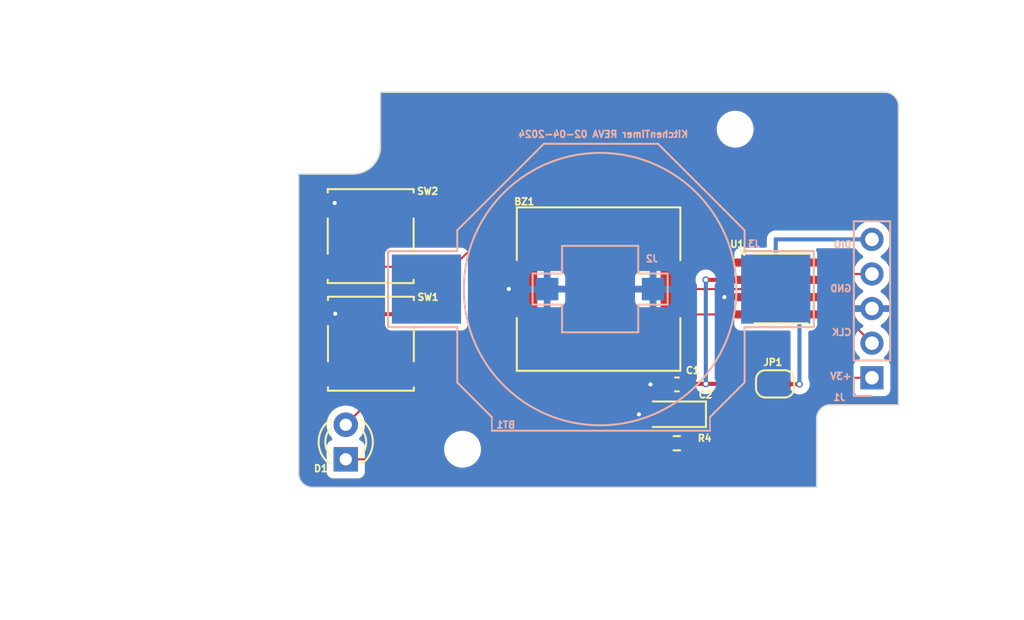
<source format=kicad_pcb>
(kicad_pcb (version 20221018) (generator pcbnew)
  (title_block (title "NiMHRegulator") (date "24 jun 2013") (company "SDL"))
  (layers (0 "F.Cu" signal) (31 "B.Cu" signal) (34 "B.Paste" user) (35 "F.Paste" user) (36 "B.SilkS" user "B.Silkscreen") (37 "F.SilkS" user "F.Silkscreen") (38 "B.Mask" user) (39 "F.Mask" user) (44 "Edge.Cuts" user))
  (net 0 "")
  (net 1 "GND")
  (net 2 "+3V0")
  (net 3 "Net-(BZ1--)")
  (net 4 "Net-(D1-A)")
  (net 5 "Net-(U1-PF2{slash}PA0{slash}PA1{slash}PA2)")
  (net 6 "Net-(D1-K)")
  (net 7 "SWDIO")
  (net 9 "+BATT")
  (net 10 "SWCLK")
  (net 11 "Net-(U1-PC14{slash}PB7{slash}PB8{slash}PB9)")
  (footprint "Resistor_SMD:R_0603_1608Metric" (layer "F.Cu") (at 99.54 61.62)
    (fp_text reference "R4" (at 2.04 -0.37 unlocked) (layer "F.SilkS") (effects (font (size 0.5 0.5))))
    (fp_text value "4K7")
    (fp_line (start -0.237258 -0.5225) (end 0.237258 -0.5225) (stroke (width 0.15)) (layer "F.SilkS"))
    (fp_line (start -0.237258 0.5225) (end 0.237258 0.5225) (stroke (width 0.15)) (layer "F.SilkS"))
    (pad "1" smd roundrect (at -0.825 0) (size 0.8 0.95) (layers "F.Cu" "F.Paste" "F.Mask") (net 4 "Net-(D1-A)"))
    (pad "2" smd roundrect (at 0.825 0) (size 0.8 0.95) (layers "F.Cu" "F.Paste" "F.Mask") (net 2 "+3V0"))
  )
  (footprint "Jumper:SolderJumper-2_P1.3mm_Open_RoundedPad1.0x1.5mm" (layer "F.Cu") (at 106.75 57.26 180)
    (fp_text reference "JP1" (at 0.16 1.59 unlocked) (layer "F.SilkS") (effects (font (size 0.5 0.5))))
    (fp_text value "Jumper_2_Bridged")
    (fp_line (start -1.4 0.3) (end -1.4 -0.3) (stroke (width 0.15)) (layer "F.SilkS"))
    (fp_line (start -0.7 -1) (end 0.7 -1) (stroke (width 0.15)) (layer "F.SilkS"))
    (fp_line (start 0.7 1) (end -0.7 1) (stroke (width 0.15)) (layer "F.SilkS"))
    (fp_line (start 1.4 -0.3) (end 1.4 0.3) (stroke (width 0.15)) (layer "F.SilkS"))
    (fp_arc (start -1.4 -0.3) (mid -1.194975 -0.794975) (end -0.7 -1) (stroke (width 0.15)) (layer "F.SilkS"))
    (fp_arc (start -0.7 1) (mid -1.194975 0.794975) (end -1.4 0.3) (stroke (width 0.15)) (layer "F.SilkS"))
    (fp_arc (start 0.7 -1) (mid 1.194975 -0.794975) (end 1.4 -0.3) (stroke (width 0.15)) (layer "F.SilkS"))
    (fp_arc (start 1.4 0.3) (mid 1.194975 0.794975) (end 0.7 1) (stroke (width 0.15)) (layer "F.SilkS"))
    (pad "1" smd custom (at -0.65 0 180) (size 1 0.5) (layers "F.Cu" "F.Mask") (net 9 "+BATT") (options (clearance outline) (anchor rect)) (primitives (gr_circle (center 0 0.25) (end 0.5 0.25) (width 0) (fill yes)) (gr_circle (center 0 -0.25) (end 0.5 -0.25) (width 0) (fill yes)) (gr_poly (pts (xy 0.5 0.75) (xy 0 0.75) (xy 0 -0.75) (xy 0.5 -0.75)) (width 0) (fill yes))))
    (pad "2" smd custom (at 0.65 0 180) (size 1 0.5) (layers "F.Cu" "F.Mask") (net 2 "+3V0") (options (clearance outline) (anchor rect)) (primitives (gr_circle (center 0 0.25) (end 0.5 0.25) (width 0) (fill yes)) (gr_circle (center 0 -0.25) (end 0.5 -0.25) (width 0) (fill yes)) (gr_poly (pts (xy 0 0.75) (xy -0.5 0.75) (xy -0.5 -0.75) (xy 0 -0.75)) (width 0) (fill yes))))
  )
  (footprint "Button_Switch_SMD:SW_SPST_B3S-1000" (layer "F.Cu") (at 77.095 54.31)
    (fp_text reference "SW1" (at 4.195 -3.42 unlocked) (layer "F.SilkS") (effects (font (size 0.5 0.5))))
    (fp_text value "SW_Push")
    (fp_line (start -3.15 -3.45) (end 3.15 -3.45) (stroke (width 0.15)) (layer "F.SilkS"))
    (fp_line (start -3.15 -3.2) (end -3.15 -3.45) (stroke (width 0.15)) (layer "F.SilkS"))
    (fp_line (start -3.15 1.3) (end -3.15 -1.3) (stroke (width 0.15)) (layer "F.SilkS"))
    (fp_line (start -3.15 3.45) (end -3.15 3.2) (stroke (width 0.15)) (layer "F.SilkS"))
    (fp_line (start 3.15 -3.45) (end 3.15 -3.2) (stroke (width 0.15)) (layer "F.SilkS"))
    (fp_line (start 3.15 -1.3) (end 3.15 1.3) (stroke (width 0.15)) (layer "F.SilkS"))
    (fp_line (start 3.15 3.2) (end 3.15 3.45) (stroke (width 0.15)) (layer "F.SilkS"))
    (fp_line (start 3.15 3.45) (end -3.15 3.45) (stroke (width 0.15)) (layer "F.SilkS"))
    (pad "1" smd rect locked (at -3.975 -2.25) (size 1.55 1.3) (layers "F.Cu" "F.Paste" "F.Mask") (net 1 "GND"))
    (pad "1" smd rect locked (at 3.975 -2.25) (size 1.55 1.3) (layers "F.Cu" "F.Paste" "F.Mask") (net 1 "GND"))
    (pad "2" smd rect locked (at -3.975 2.25) (size 1.55 1.3) (layers "F.Cu" "F.Paste" "F.Mask") (net 5 "Net-(U1-PF2{slash}PA0{slash}PA1{slash}PA2)"))
    (pad "2" smd rect locked (at 3.975 2.25) (size 1.55 1.3) (layers "F.Cu" "F.Paste" "F.Mask") (net 5 "Net-(U1-PF2{slash}PA0{slash}PA1{slash}PA2)"))
  )
  (footprint "Button_Switch_SMD:SW_SPST_B3S-1000" (layer "F.Cu") (at 77.08 46.41)
    (fp_text reference "SW2" (at 4.18 -3.3 unlocked) (layer "F.SilkS") (effects (font (size 0.5 0.5))))
    (fp_text value "SW_Push")
    (fp_line (start -3.15 -3.45) (end 3.15 -3.45) (stroke (width 0.15)) (layer "F.SilkS"))
    (fp_line (start -3.15 -3.2) (end -3.15 -3.45) (stroke (width 0.15)) (layer "F.SilkS"))
    (fp_line (start -3.15 1.3) (end -3.15 -1.3) (stroke (width 0.15)) (layer "F.SilkS"))
    (fp_line (start -3.15 3.45) (end -3.15 3.2) (stroke (width 0.15)) (layer "F.SilkS"))
    (fp_line (start 3.15 -3.45) (end 3.15 -3.2) (stroke (width 0.15)) (layer "F.SilkS"))
    (fp_line (start 3.15 -1.3) (end 3.15 1.3) (stroke (width 0.15)) (layer "F.SilkS"))
    (fp_line (start 3.15 3.2) (end 3.15 3.45) (stroke (width 0.15)) (layer "F.SilkS"))
    (fp_line (start 3.15 3.45) (end -3.15 3.45) (stroke (width 0.15)) (layer "F.SilkS"))
    (pad "1" smd rect locked (at -3.975 -2.25) (size 1.55 1.3) (layers "F.Cu" "F.Paste" "F.Mask") (net 1 "GND"))
    (pad "1" smd rect locked (at 3.975 -2.25) (size 1.55 1.3) (layers "F.Cu" "F.Paste" "F.Mask") (net 1 "GND"))
    (pad "2" smd rect locked (at -3.975 2.25) (size 1.55 1.3) (layers "F.Cu" "F.Paste" "F.Mask") (net 11 "Net-(U1-PC14{slash}PB7{slash}PB8{slash}PB9)"))
    (pad "2" smd rect locked (at 3.975 2.25) (size 1.55 1.3) (layers "F.Cu" "F.Paste" "F.Mask") (net 11 "Net-(U1-PC14{slash}PB7{slash}PB8{slash}PB9)"))
  )
  (footprint "MountingHole:MountingHole_2.2mm_M2" (layer "F.Cu") (at 103.82 38.56)
    (fp_text reference "H1" hide)
    (fp_text value "MountingHole")
    (pad "" np_thru_hole circle locked (at 0 0) (size 2.2 2.2) (drill 2.2) (layers "*.Cu" "*.Mask"))
  )
  (footprint "Capacitor_SMD:C_0603_1608Metric" (layer "F.Cu") (at 99.55 57.3)
    (fp_text reference "C1" (at 1.16 -1.03 unlocked) (layer "F.SilkS") (effects (font (size 0.5 0.5))))
    (fp_text value "100n")
    (fp_line (start -0.14058 -0.51) (end 0.14058 -0.51) (stroke (width 0.15)) (layer "F.SilkS"))
    (fp_line (start -0.14058 0.51) (end 0.14058 0.51) (stroke (width 0.15)) (layer "F.SilkS"))
    (pad "1" smd roundrect (at -0.775 0) (size 0.9 0.95) (layers "F.Cu" "F.Paste" "F.Mask") (net 1 "GND"))
    (pad "2" smd roundrect (at 0.775 0) (size 0.9 0.95) (layers "F.Cu" "F.Paste" "F.Mask") (net 2 "+3V0"))
  )
  (footprint "LED_THT:LED_D3.0mm" (layer "F.Cu") (at 75.25 62.8 90)
    (fp_text reference "D1" (at -0.675 -1.83 unlocked) (layer "F.SilkS") (effects (font (size 0.5 0.5))))
    (fp_text value "LED_Filled")
    (fp_line (start -0.29 -1.236) (end -0.29 -1.08) (stroke (width 0.15)) (layer "F.SilkS"))
    (fp_line (start -0.29 1.08) (end -0.29 1.236) (stroke (width 0.15)) (layer "F.SilkS"))
    (fp_arc (start -0.29 -1.235516) (mid 1.366487 -1.987659) (end 2.942335 -1.078608) (stroke (width 0.15)) (layer "F.SilkS"))
    (fp_arc (start 0.229039 -1.08) (mid 1.270117 -1.5) (end 2.31113 -1.079837) (stroke (width 0.15)) (layer "F.SilkS"))
    (fp_arc (start 2.31113 1.079837) (mid 1.270117 1.5) (end 0.229039 1.08) (stroke (width 0.15)) (layer "F.SilkS"))
    (fp_arc (start 2.942335 1.078608) (mid 1.366487 1.987659) (end -0.29 1.235516) (stroke (width 0.15)) (layer "F.SilkS"))
    (pad "1" thru_hole rect (at 0 0 90) (size 1.8 1.8) (drill 0.9) (layers "*.Cu" "*.Mask") (net 6 "Net-(D1-K)"))
    (pad "2" thru_hole circle (at 2.54 0 90) (size 1.8 1.8) (drill 0.9) (layers "*.Cu" "*.Mask") (net 4 "Net-(D1-A)"))
  )
  (footprint "Capacitor_Tantalum_SMD:CP_EIA-3216-10_Kemet-I" (layer "F.Cu") (at 99.37 59.49 180)
    (fp_text reference "C2" (at -2.28 1.43 unlocked) (layer "F.SilkS") (effects (font (size 0.5 0.5))))
    (fp_text value "10u")
    (fp_line (start -2.31 -0.935) (end -2.31 0.935) (stroke (width 0.15)) (layer "F.SilkS"))
    (fp_line (start -2.31 0.935) (end 1.6 0.935) (stroke (width 0.15)) (layer "F.SilkS"))
    (fp_line (start 1.6 -0.935) (end -2.31 -0.935) (stroke (width 0.15)) (layer "F.SilkS"))
    (pad "1" smd roundrect (at -1.35 0 180) (size 1.4 1.35) (layers "F.Cu" "F.Paste" "F.Mask") (roundrect_rratio 0.185185) (net 2 "+3V0"))
    (pad "2" smd roundrect (at 1.35 0 180) (size 1.4 1.35) (layers "F.Cu" "F.Paste" "F.Mask") (roundrect_rratio 0.185185) (net 1 "GND"))
  )
  (footprint "Package_SO:SOIC-8_3.9x4.9mm_P1.27mm" (layer "F.Cu") (at 107.185 50.255)
    (fp_text reference "U1" (at -3.215 -3.255 unlocked) (layer "F.SilkS") (effects (font (size 0.5 0.5))))
    (fp_text value "STM32G041J6Mx")
    (fp_line (start 0 -2.56) (end -1.95 -2.56) (stroke (width 0.15)) (layer "F.SilkS"))
    (fp_line (start 0 -2.56) (end 1.95 -2.56) (stroke (width 0.15)) (layer "F.SilkS"))
    (fp_line (start 0 2.56) (end -1.95 2.56) (stroke (width 0.15)) (layer "F.SilkS"))
    (fp_line (start 0 2.56) (end 1.95 2.56) (stroke (width 0.15)) (layer "F.SilkS"))
    (fp_poly (pts (xy -2.7 -2.465) (xy -2.94 -2.795) (xy -2.46 -2.795) (xy -2.7 -2.465)) (stroke (width 0.15)) (fill solid) (layer "F.SilkS"))
    (pad "1" smd roundrect locked (at -2.475 -1.905) (size 1.95 0.6) (layers "F.Cu" "F.Paste" "F.Mask") (net 11 "Net-(U1-PC14{slash}PB7{slash}PB8{slash}PB9)"))
    (pad "2" smd roundrect locked (at -2.475 -0.635) (size 1.95 0.6) (layers "F.Cu" "F.Paste" "F.Mask") (net 2 "+3V0"))
    (pad "3" smd roundrect locked (at -2.475 0.635) (size 1.95 0.6) (layers "F.Cu" "F.Paste" "F.Mask") (net 1 "GND"))
    (pad "4" smd roundrect locked (at -2.475 1.905) (size 1.95 0.6) (layers "F.Cu" "F.Paste" "F.Mask") (net 5 "Net-(U1-PF2{slash}PA0{slash}PA1{slash}PA2)"))
    (pad "5" smd roundrect locked (at 2.475 1.905) (size 1.95 0.6) (layers "F.Cu" "F.Paste" "F.Mask") (net 3 "Net-(BZ1--)"))
    (pad "6" smd roundrect locked (at 2.475 0.635) (size 1.95 0.6) (layers "F.Cu" "F.Paste" "F.Mask") (net 6 "Net-(D1-K)"))
    (pad "7" smd roundrect locked (at 2.475 -0.635) (size 1.95 0.6) (layers "F.Cu" "F.Paste" "F.Mask") (net 7 "SWDIO"))
    (pad "8" smd roundrect locked (at 2.475 -1.905) (size 1.95 0.6) (layers "F.Cu" "F.Paste" "F.Mask") (net 10 "SWCLK"))
  )
  (footprint "project_footprints:Buzzer_Murata_PKLCS1212E4001-R1" (layer "F.Cu") (at 93.8 50.3 180)
    (fp_text reference "BZ1" (at 5.45 6.42 unlocked) (layer "F.SilkS") (effects (font (size 0.5 0.5) (thickness 0.125))))
    (fp_text value "Buzzer")
    (fp_line (start -6 -6) (end 6 -6) (stroke (width 0.15)) (layer "F.SilkS"))
    (fp_line (start -6 -2.125) (end -6 -6) (stroke (width 0.15)) (layer "F.SilkS"))
    (fp_line (start -6 6) (end -6 2.125) (stroke (width 0.15)) (layer "F.SilkS"))
    (fp_line (start 6 -6) (end 6 -2.125) (stroke (width 0.15)) (layer "F.SilkS"))
    (fp_line (start 6 2.125) (end 6 6) (stroke (width 0.15)) (layer "F.SilkS"))
    (fp_line (start 6 6) (end -6 6) (stroke (width 0.15)) (layer "F.SilkS"))
    (pad "1" smd rect locked (at -5.3 0 180) (size 1.5 4) (layers "F.Cu" "F.Paste" "F.Mask") (net 3 "Net-(BZ1--)"))
    (pad "2" smd rect locked (at 5.25 0 180) (size 1.5 4) (layers "F.Cu" "F.Paste" "F.Mask") (net 1 "GND"))
  )
  (footprint "MountingHole:MountingHole_2.2mm_M2" (layer "F.Cu") (at 83.82 62.06)
    (fp_text reference "H2" hide)
    (fp_text value "MountingHole")
    (pad "" np_thru_hole circle locked (at 0 0) (size 2.2 2.2) (drill 2.2) (layers "*.Cu" "*.Mask"))
  )
  (footprint "Connector_PinHeader_2.54mm:PinHeader_1x05_P2.54mm_Vertical" (layer "B.Cu") (at 113.86 56.81)
    (fp_text reference "J1" (at -2.4 1.44 unlocked) (layer "B.SilkS") (effects (font (size 0.5 0.5)) (justify mirror)))
    (fp_text value "Conn_01x05")
    (fp_line (start -1.33 -11.49) (end 1.33 -11.49) (stroke (width 0.15)) (layer "B.SilkS"))
    (fp_line (start -1.33 -1.27) (end -1.33 -11.49) (stroke (width 0.15)) (layer "B.SilkS"))
    (fp_line (start -1.33 -1.27) (end 1.33 -1.27) (stroke (width 0.15)) (layer "B.SilkS"))
    (fp_line (start -1.33 0) (end -1.33 1.33) (stroke (width 0.15)) (layer "B.SilkS"))
    (fp_line (start -1.33 1.33) (end 0 1.33) (stroke (width 0.15)) (layer "B.SilkS"))
    (fp_line (start 1.33 -1.27) (end 1.33 -11.49) (stroke (width 0.15)) (layer "B.SilkS"))
    (pad "1" thru_hole rect locked (at 0 0) (size 1.7 1.7) (drill 1) (layers "*.Cu" "*.Mask") (net 6 "Net-(D1-K)"))
    (pad "2" thru_hole oval locked (at 0 -2.54) (size 1.7 1.7) (drill 1) (layers "*.Cu" "*.Mask") (net 7 "SWDIO"))
    (pad "3" thru_hole oval locked (at 0 -5.08) (size 1.7 1.7) (drill 1) (layers "*.Cu" "*.Mask") (net 1 "GND"))
    (pad "4" thru_hole oval locked (at 0 -7.62) (size 1.7 1.7) (drill 1) (layers "*.Cu" "*.Mask") (net 10 "SWCLK"))
    (pad "5" thru_hole oval locked (at 0 -10.16) (size 1.7 1.7) (drill 1) (layers "*.Cu" "*.Mask") (net 9 "+BATT"))
  )
  (footprint "project_footprints:SM_BATTERY_3002_(KEYSTONE)_1" (layer "B.Cu") (at 93.973 50.3 180)
    (fp_text reference "J3" (at -11.237 3.32 unlocked) (layer "B.SilkS") (effects (font (size 0.5 0.5) (thickness 0.125)) (justify mirror)))
    (fp_text value "3002 cell positive" hide)
    (fp_line (start -15.621 2.794) (end -15.621 -2.794) (stroke (width 0.15)) (layer "B.SilkS"))
    (fp_line (start -10.541 -2.794) (end -15.621 -2.794) (stroke (width 0.15)) (layer "B.SilkS"))
    (fp_line (start -10.541 -2.794) (end -10.541 -6.858) (stroke (width 0.15)) (layer "B.SilkS"))
    (fp_line (start -10.541 2.794) (end -15.621 2.794) (stroke (width 0.15)) (layer "B.SilkS"))
    (fp_line (start -10.541 4.318) (end -10.541 2.794) (stroke (width 0.15)) (layer "B.SilkS"))
    (fp_line (start -8.001 -9.398) (end -10.541 -6.858) (stroke (width 0.15)) (layer "B.SilkS"))
    (fp_line (start -8.001 -9.398) (end -8.002 -10.4) (stroke (width 0.12)) (layer "B.SilkS"))
    (fp_line (start -4.191 10.668) (end -10.541 4.318) (stroke (width 0.15)) (layer "B.SilkS"))
    (fp_line (start 4.191 10.668) (end -4.191 10.668) (stroke (width 0.15)) (layer "B.SilkS"))
    (fp_line (start 8 -10.4) (end -8.002 -10.4) (stroke (width 0.15)) (layer "B.SilkS"))
    (fp_line (start 8.001 -9.398) (end 8 -10.4) (stroke (width 0.12)) (layer "B.SilkS"))
    (fp_line (start 10.541 -6.858) (end 8.001 -9.398) (stroke (width 0.15)) (layer "B.SilkS"))
    (fp_line (start 10.541 -2.794) (end 10.541 -6.858) (stroke (width 0.15)) (layer "B.SilkS"))
    (fp_line (start 10.541 4.318) (end 4.191 10.668) (stroke (width 0.15)) (layer "B.SilkS"))
    (fp_line (start 10.541 4.318) (end 10.541 2.794) (stroke (width 0.15)) (layer "B.SilkS"))
    (fp_line (start 15.621 -2.794) (end 10.541 -2.794) (stroke (width 0.15)) (layer "B.SilkS"))
    (fp_line (start 15.621 2.794) (end 10.541 2.794) (stroke (width 0.15)) (layer "B.SilkS"))
    (fp_line (start 15.621 2.794) (end 15.621 -2.794) (stroke (width 0.15)) (layer "B.SilkS"))
    (pad "1" smd rect locked (at 12.8016 0 90) (size 5.08 5.08) (layers "B.Cu" "B.Paste" "B.Mask"))
    (pad "2" smd rect locked (at -12.827 0 90) (size 5.08 5.08) (layers "B.Cu" "B.Paste" "B.Mask") (net 9 "+BATT"))
  )
  (footprint "project_footprints:SM_BATTERY_2991_(KEYSTONE)_1" (layer "B.Cu") (at 93.9138 50.3 180)
    (fp_text reference "J2" (at -3.7962 2.23 unlocked) (layer "B.SilkS") (effects (font (size 0.5 0.5) (thickness 0.125)) (justify mirror)))
    (fp_text value "2991 cell negative" hide)
    (fp_line (start -4.953 1.143) (end -4.953 -1.143) (stroke (width 0.15)) (layer "B.SilkS"))
    (fp_line (start -2.794 -1.143) (end -4.953 -1.143) (stroke (width 0.15)) (layer "B.SilkS"))
    (fp_line (start -2.794 -1.143) (end -2.794 -3.175) (stroke (width 0.15)) (layer "B.SilkS"))
    (fp_line (start -2.794 1.143) (end -4.953 1.143) (stroke (width 0.15)) (layer "B.SilkS"))
    (fp_line (start -2.794 3.175) (end -2.794 1.143) (stroke (width 0.15)) (layer "B.SilkS"))
    (fp_line (start 2.794 -3.175) (end -2.794 -3.175) (stroke (width 0.15)) (layer "B.SilkS"))
    (fp_line (start 2.794 -1.143) (end 2.794 -3.175) (stroke (width 0.15)) (layer "B.SilkS"))
    (fp_line (start 2.794 3.175) (end -2.794 3.175) (stroke (width 0.15)) (layer "B.SilkS"))
    (fp_line (start 2.794 3.175) (end 2.794 1.143) (stroke (width 0.15)) (layer "B.SilkS"))
    (fp_line (start 4.953 -1.143) (end 2.794 -1.143) (stroke (width 0.15)) (layer "B.SilkS"))
    (fp_line (start 4.953 1.143) (end 2.794 1.143) (stroke (width 0.15)) (layer "B.SilkS"))
    (fp_line (start 4.953 1.143) (end 4.953 -1.143) (stroke (width 0.15)) (layer "B.SilkS"))
    (pad "1" smd rect (at 3.8862 0 90) (size 1.651 1.651) (layers "B.Cu" "B.Paste" "B.Mask") (net 1 "GND"))
    (pad "2" smd rect (at -3.8862 0 90) (size 1.651 1.651) (layers "B.Cu" "B.Paste" "B.Mask") (net 1 "GND"))
  )
  (footprint "project_footprints:CR2032_battery" (layer "B.Cu") (at 93.9138 50.3 180)
    (fp_text reference "BT1" (at 6.9238 -9.97 unlocked) (layer "B.SilkS") (effects (font (size 0.5 0.5)) (justify mirror)))
    (fp_text value "CR2032")
    (fp_circle (center 0 0) (end 10 0) (stroke (width 0.15)) (fill none) (layer "B.SilkS"))
  )
  (gr_arc (start 114.8 35.85) (mid 115.507107 36.142893) (end 115.8 36.85) (stroke (width 0.1)) (layer "Edge.Cuts"))
  (gr_line (start 109.8 64.85) (end 72.8 64.85) (stroke (width 0.1)) (layer "Edge.Cuts"))
  (gr_arc (start 72.8 64.85) (mid 72.092893 64.557107) (end 71.8 63.85) (stroke (width 0.1)) (layer "Edge.Cuts"))
  (gr_line (start 71.8 63.85) (end 71.8 41.85) (stroke (width 0.1)) (layer "Edge.Cuts"))
  (gr_line (start 75.8 41.85) (end 71.8 41.85) (stroke (width 0.1)) (layer "Edge.Cuts"))
  (gr_line (start 77.8 39.85) (end 77.8 35.85) (stroke (width 0.1)) (layer "Edge.Cuts"))
  (gr_line (start 115.8 36.85) (end 115.8 58.8) (stroke (width 0.1)) (layer "Edge.Cuts"))
  (gr_arc (start 77.8 39.85) (mid 77.214214 41.264214) (end 75.8 41.85) (stroke (width 0.1)) (layer "Edge.Cuts"))
  (gr_line (start 109.8 64.85) (end 109.8 59.8) (stroke (width 0.1)) (layer "Edge.Cuts"))
  (gr_line (start 115.8 58.8) (end 110.8 58.8) (stroke (width 0.1)) (layer "Edge.Cuts"))
  (gr_arc (start 109.8 59.8) (mid 110.092893 59.092893) (end 110.8 58.8) (stroke (width 0.1)) (layer "Edge.Cuts"))
  (gr_line (start 114.8 35.85) (end 77.8 35.85) (stroke (width 0.1)) (layer "Edge.Cuts"))
  (gr_text "KitchenTimer REVA 02-04-2024" (at 100.44 39.22) (layer "B.SilkS") (effects (font (size 0.5 0.5) (thickness 0.125) bold) (justify left bottom mirror)))
  (gr_text "DIO\n\n\n\nGND\n  \n\n\nCLK\n\n\n\n+3V\n\n" (at 112.42 57.79) (layer "B.SilkS") (effects (font (size 0.5 0.5) (thickness 0.15) bold) (justify left bottom mirror)))
  (segment (start 74.48 52.11) (end 74.51 52.14) (width 0.3) (layer "F.Cu") (net 1))
  (segment (start 98.02 59.49) (end 96.77 59.49) (width 0.3) (layer "F.Cu") (net 1))
  (segment (start 104.71 50.89) (end 103.03 50.89) (width 0.3) (layer "F.Cu") (net 1))
  (segment (start 73.075 52.12) (end 74.47 52.12) (width 0.3) (layer "F.Cu") (net 1))
  (segment (start 74.45 43.99) (end 80.985 43.99) (width 0.3) (layer "F.Cu") (net 1))
  (segment (start 74.47 52.12) (end 74.48 52.11) (width 0.3) (layer "F.Cu") (net 1))
  (segment (start 87.22 50.3) (end 87.21 50.29) (width 0.3) (layer "F.Cu") (net 1))
  (segment (start 74.51 52.14) (end 80.94 52.14) (width 0.3) (layer "F.Cu") (net 1))
  (segment (start 74.43 43.99) (end 74.44 43.98) (width 0.3) (layer "F.Cu") (net 1))
  (segment (start 74.44 43.98) (end 74.45 43.99) (width 0.3) (layer "F.Cu") (net 1))
  (segment (start 96.77 59.49) (end 96.76 59.5) (width 0.3) (layer "F.Cu") (net 1))
  (segment (start 88.55 50.3) (end 87.22 50.3) (width 0.3) (layer "F.Cu") (net 1))
  (segment (start 73.035 43.99) (end 74.43 43.99) (width 0.3) (layer "F.Cu") (net 1))
  (segment (start 98.775 57.3) (end 97.61 57.3) (width 0.3) (layer "F.Cu") (net 1))
  (via (at 87.21 50.29) (size 0.5) (drill 0.3) (layers "F.Cu" "B.Cu") (net 1))
  (via (at 96.76 59.5) (size 0.5) (drill 0.3) (layers "F.Cu" "B.Cu") (net 1))
  (via (at 97.61 57.3) (size 0.5) (drill 0.3) (layers "F.Cu" "B.Cu") (net 1))
  (via (at 74.44 43.98) (size 0.5) (drill 0.3) (layers "F.Cu" "B.Cu") (net 1))
  (via (at 103.03 50.89) (size 0.5) (drill 0.3) (layers "F.Cu" "B.Cu") (net 1))
  (via (at 74.48 52.11) (size 0.5) (drill 0.3) (layers "F.Cu" "B.Cu") (net 1))
  (segment (start 100.265 59.47) (end 100.315 59.52) (width 0.3) (layer "F.Cu") (net 2))
  (segment (start 100.365 57.26) (end 100.325 57.3) (width 0.3) (layer "F.Cu") (net 2))
  (segment (start 100.365 61.62) (end 100.365 59.785) (width 0.3) (layer "F.Cu") (net 2))
  (segment (start 100.365 59.785) (end 100.66 59.49) (width 0.3) (layer "F.Cu") (net 2))
  (segment (start 100.325 57.3) (end 100.325 59.47) (width 0.3) (layer "F.Cu") (net 2))
  (segment (start 101.67 57.26) (end 100.365 57.26) (width 0.3) (layer "F.Cu") (net 2))
  (segment (start 106.1 57.26) (end 101.67 57.26) (width 0.3) (layer "F.Cu") (net 2))
  (segment (start 104.71 49.62) (end 101.67 49.62) (width 0.3) (layer "F.Cu") (net 2))
  (via (at 101.67 57.26) (size 0.5) (drill 0.3) (layers "F.Cu" "B.Cu") (net 2))
  (via (at 101.67 49.62) (size 0.5) (drill 0.3) (layers "F.Cu" "B.Cu") (net 2))
  (segment (start 101.67 49.62) (end 101.67 57.26) (width 0.3) (layer "B.Cu") (net 2))
  (segment (start 108.05 52.16) (end 106.19 50.3) (width 0.15) (layer "F.Cu") (net 3))
  (segment (start 109.66 52.16) (end 108.05 52.16) (width 0.15) (layer "F.Cu") (net 3))
  (segment (start 99.1 50.3) (end 106.19 50.3) (width 0.15) (layer "F.Cu") (net 3))
  (segment (start 76.33 59.18) (end 75.25 60.26) (width 0.15) (layer "F.Cu") (net 4))
  (segment (start 98.715 61.62) (end 90.084264 61.62) (width 0.15) (layer "F.Cu") (net 4))
  (segment (start 90.084264 61.62) (end 87.644264 59.18) (width 0.15) (layer "F.Cu") (net 4))
  (segment (start 87.644264 59.18) (end 76.33 59.18) (width 0.15) (layer "F.Cu") (net 4))
  (segment (start 100.42 52.74) (end 87.05 52.74) (width 0.15) (layer "F.Cu") (net 5))
  (segment (start 104.71 52.16) (end 101 52.16) (width 0.15) (layer "F.Cu") (net 5))
  (segment (start 101 52.16) (end 100.42 52.74) (width 0.15) (layer "F.Cu") (net 5))
  (segment (start 87.05 52.74) (end 83.23 56.56) (width 0.15) (layer "F.Cu") (net 5))
  (segment (start 83.23 56.56) (end 81.07 56.56) (width 0.15) (layer "F.Cu") (net 5))
  (segment (start 72.99 56.64) (end 80.94 56.64) (width 0.15) (layer "F.Cu") (net 5))
  (segment (start 109.66 50.89) (end 111.27 50.89) (width 0.15) (layer "F.Cu") (net 6))
  (segment (start 90.81 62.77) (end 105.32 62.77) (width 0.15) (layer "F.Cu") (net 6))
  (segment (start 111.28 56.81) (end 112.22 56.81) (width 0.15) (layer "F.Cu") (net 6))
  (segment (start 111.27 50.89) (end 112.22 51.84) (width 0.15) (layer "F.Cu") (net 6))
  (segment (start 81 59.48) (end 77.68 62.8) (width 0.15) (layer "F.Cu") (net 6))
  (segment (start 112.22 51.84) (end 112.22 56.81) (width 0.15) (layer "F.Cu") (net 6))
  (segment (start 112.22 56.81) (end 113.86 56.81) (width 0.15) (layer "F.Cu") (net 6))
  (segment (start 105.32 62.77) (end 111.28 56.81) (width 0.15) (layer "F.Cu") (net 6))
  (segment (start 81 59.48) (end 87.52 59.48) (width 0.15) (layer "F.Cu") (net 6))
  (segment (start 77.68 62.8) (end 75.25 62.8) (width 0.15) (layer "F.Cu") (net 6))
  (segment (start 87.52 59.48) (end 90.81 62.77) (width 0.15) (layer "F.Cu") (net 6))
  (segment (start 111.54 49.62) (end 112.54 50.62) (width 0.15) (layer "F.Cu") (net 7))
  (segment (start 112.54 52.95) (end 113.86 54.27) (width 0.15) (layer "F.Cu") (net 7))
  (segment (start 109.66 49.62) (end 111.54 49.62) (width 0.15) (layer "F.Cu") (net 7))
  (segment (start 112.54 50.62) (end 112.54 52.95) (width 0.15) (layer "F.Cu") (net 7))
  (segment (start 107.38 57.28) (end 108.54 57.28) (width 0.3) (layer "F.Cu") (net 9))
  (via (at 108.54 57.28) (size 0.5) (drill 0.3) (layers "F.Cu" "B.Cu") (net 9))
  (segment (start 108.54 52.04) (end 106.8 50.3) (width 0.3) (layer "B.Cu") (net 9))
  (segment (start 113.86 46.65) (end 106.8 46.65) (width 0.3) (layer "B.Cu") (net 9))
  (segment (start 106.2 51.88995) (end 107.294975 50.794975) (width 0.3) (layer "B.Cu") (net 9))
  (segment (start 106.8 50.3) (end 104.98 52.12) (width 0.3) (layer "B.Cu") (net 9))
  (segment (start 108.54 57.28) (end 108.54 52.04) (width 0.3) (layer "B.Cu") (net 9))
  (segment (start 105.74 51.36) (end 106.8 50.3) (width 0.3) (layer "B.Cu") (net 9))
  (segment (start 106.8 46.65) (end 106.8 50.3) (width 0.3) (layer "B.Cu") (net 9))
  (segment (start 111.55 48.35) (end 112.39 49.19) (width 0.15) (layer "F.Cu") (net 10))
  (segment (start 109.66 48.35) (end 111.55 48.35) (width 0.15) (layer "F.Cu") (net 10))
  (segment (start 112.39 49.19) (end 113.86 49.19) (width 0.15) (layer "F.Cu") (net 10))
  (segment (start 84.12 47.67) (end 83.13 48.66) (width 0.15) (layer "F.Cu") (net 11))
  (segment (start 103.11 48.35) (end 102.43 47.67) (width 0.15) (layer "F.Cu") (net 11))
  (segment (start 102.43 47.67) (end 84.12 47.67) (width 0.15) (layer "F.Cu") (net 11))
  (segment (start 83.13 48.66) (end 81.055 48.66) (width 0.15) (layer "F.Cu") (net 11))
  (segment (start 81.055 48.66) (end 73.105 48.66) (width 0.15) (layer "F.Cu") (net 11))
  (segment (start 104.71 48.35) (end 103.11 48.35) (width 0.15) (layer "F.Cu") (net 11))
  (zone (net 1) (net_name "GND") (layer "B.Cu") (connect_pads (clearance 0.5)) (min_thickness 0.25) (fill yes (thermal_gap 0.5) (thermal_bridge_width 0.5))
    (polygon (pts (xy 71.8 35.8) (xy 115.8 35.8) (xy 115.8 64.8) (xy 71.8 64.8)))
  )
)
</source>
